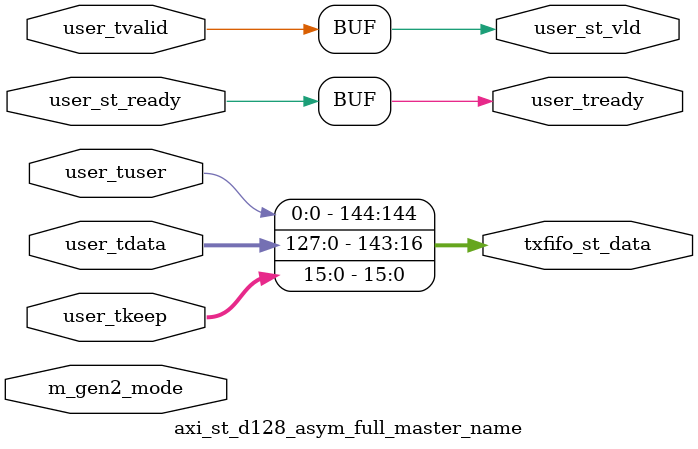
<source format=sv>

module axi_st_d128_asym_full_master_name  (

  // st channel
  input  logic [  15:   0]   user_tkeep          ,
  input  logic [ 127:   0]   user_tdata          ,
  input  logic [   0:   0]   user_tuser          ,
  input  logic               user_tvalid         ,
  output logic               user_tready         ,

  // Logic Link Interfaces
  output logic               user_st_vld         ,
  output logic [ 144:   0]   txfifo_st_data      ,
  input  logic               user_st_ready       ,

  input  logic               m_gen2_mode         

);

  // Connect Data

  assign user_st_vld                        = user_tvalid                        ;
  assign user_tready                        = user_st_ready                      ;
  assign txfifo_st_data       [   0 +:  16] = user_tkeep           [   0 +:  16] ;
  assign txfifo_st_data       [  16 +: 128] = user_tdata           [   0 +: 128] ;
  assign txfifo_st_data       [ 144 +:   1] = user_tuser           [   0 +:   1] ;

endmodule

</source>
